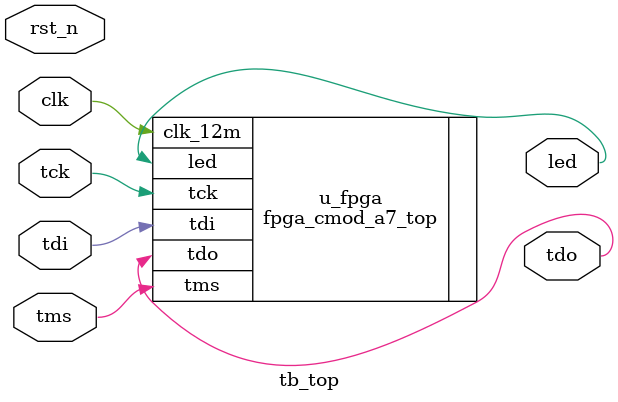
<source format=v>

module tb_top (
	input wire        clk,
	input wire        rst_n,

	input  wire       tck,
	input  wire       tms,
	input  wire       tdi,
	output wire       tdo,

	output wire       led
);

    // 实际顶层模块
    fpga_cmod_a7_top u_fpga (
        .clk_12m(clk),
        .tck(tck),
        .tms(tms),
        .tdi(tdi),
        .tdo(tdo),
        .led(led)
    );

endmodule

</source>
